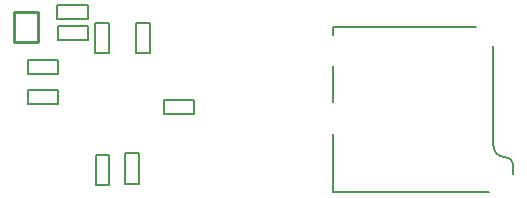
<source format=gbo>
G04 Layer_Color=32896*
%FSLAX24Y24*%
%MOIN*%
G70*
G01*
G75*
%ADD10C,0.0080*%
%ADD51C,0.0050*%
%ADD56C,0.0090*%
D10*
X23204Y3133D02*
G03*
X23600Y2720I404J-9D01*
G01*
X23874Y2464D02*
G03*
X23600Y2720I-265J-9D01*
G01*
X23874Y2149D02*
Y2464D01*
X23204Y3133D02*
Y6440D01*
X17850Y6794D02*
Y7070D01*
X22614D01*
X17850Y4550D02*
Y5755D01*
Y1558D02*
Y3487D01*
Y1558D02*
X23047D01*
D51*
X11290Y6200D02*
Y7210D01*
X11750D01*
X11290Y6200D02*
X11750D01*
Y7210D01*
X9940Y6200D02*
Y7210D01*
X10400D01*
X9940Y6200D02*
X10400D01*
Y7210D01*
X7700Y4500D02*
X8710D01*
X7700D02*
Y4960D01*
X8710Y4500D02*
Y4960D01*
X7700D02*
X8710D01*
X12230Y4620D02*
X13240D01*
Y4160D02*
Y4620D01*
X12230Y4160D02*
Y4620D01*
Y4160D02*
X13240D01*
X10410Y1780D02*
Y2790D01*
X9950Y1780D02*
X10410D01*
X9950Y2790D02*
X10410D01*
X9950Y1780D02*
Y2790D01*
X11400Y1840D02*
Y2850D01*
X10940Y1840D02*
X11400D01*
X10940Y2850D02*
X11400D01*
X10940Y1840D02*
Y2850D01*
X8700Y5510D02*
Y5970D01*
X7690Y5510D02*
X8700D01*
X7690Y5970D02*
X8700D01*
X7690Y5510D02*
Y5970D01*
X9690Y6630D02*
Y7090D01*
X8680Y6630D02*
X9690D01*
X8680Y7090D02*
X9690D01*
X8680Y6630D02*
Y7090D01*
X9680Y7320D02*
Y7780D01*
X8670Y7320D02*
X9680D01*
X8670Y7780D02*
X9680D01*
X8670Y7320D02*
Y7780D01*
D56*
X8014Y6568D02*
Y7552D01*
X7226Y6568D02*
Y7552D01*
X8014D01*
X7226Y6568D02*
X8014D01*
M02*

</source>
